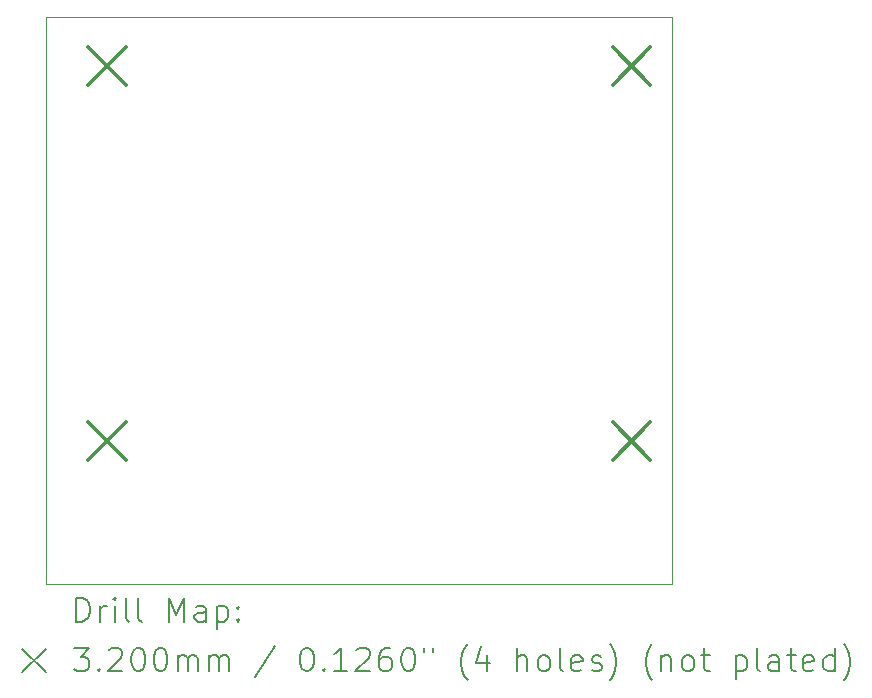
<source format=gbr>
%TF.GenerationSoftware,KiCad,Pcbnew,7.0.10-7.0.10~ubuntu22.04.1*%
%TF.CreationDate,2024-01-16T19:59:32-05:00*%
%TF.ProjectId,sys11-c11998-relay,73797331-312d-4633-9131-3939382d7265,1.0*%
%TF.SameCoordinates,Original*%
%TF.FileFunction,Drillmap*%
%TF.FilePolarity,Positive*%
%FSLAX45Y45*%
G04 Gerber Fmt 4.5, Leading zero omitted, Abs format (unit mm)*
G04 Created by KiCad (PCBNEW 7.0.10-7.0.10~ubuntu22.04.1) date 2024-01-16 19:59:32*
%MOMM*%
%LPD*%
G01*
G04 APERTURE LIST*
%ADD10C,0.100000*%
%ADD11C,0.200000*%
%ADD12C,0.320000*%
G04 APERTURE END LIST*
D10*
X10007600Y-10008200D02*
X15307600Y-10008200D01*
X15307600Y-14808200D01*
X10007600Y-14808200D01*
X10007600Y-10008200D01*
D11*
D12*
X10364000Y-10259600D02*
X10684000Y-10579600D01*
X10684000Y-10259600D02*
X10364000Y-10579600D01*
X10364000Y-13432600D02*
X10684000Y-13752600D01*
X10684000Y-13432600D02*
X10364000Y-13752600D01*
X14804000Y-10259600D02*
X15124000Y-10579600D01*
X15124000Y-10259600D02*
X14804000Y-10579600D01*
X14804000Y-13432600D02*
X15124000Y-13752600D01*
X15124000Y-13432600D02*
X14804000Y-13752600D01*
D11*
X10263377Y-15124684D02*
X10263377Y-14924684D01*
X10263377Y-14924684D02*
X10310996Y-14924684D01*
X10310996Y-14924684D02*
X10339567Y-14934208D01*
X10339567Y-14934208D02*
X10358615Y-14953255D01*
X10358615Y-14953255D02*
X10368139Y-14972303D01*
X10368139Y-14972303D02*
X10377663Y-15010398D01*
X10377663Y-15010398D02*
X10377663Y-15038969D01*
X10377663Y-15038969D02*
X10368139Y-15077065D01*
X10368139Y-15077065D02*
X10358615Y-15096112D01*
X10358615Y-15096112D02*
X10339567Y-15115160D01*
X10339567Y-15115160D02*
X10310996Y-15124684D01*
X10310996Y-15124684D02*
X10263377Y-15124684D01*
X10463377Y-15124684D02*
X10463377Y-14991350D01*
X10463377Y-15029446D02*
X10472901Y-15010398D01*
X10472901Y-15010398D02*
X10482424Y-15000874D01*
X10482424Y-15000874D02*
X10501472Y-14991350D01*
X10501472Y-14991350D02*
X10520520Y-14991350D01*
X10587186Y-15124684D02*
X10587186Y-14991350D01*
X10587186Y-14924684D02*
X10577663Y-14934208D01*
X10577663Y-14934208D02*
X10587186Y-14943731D01*
X10587186Y-14943731D02*
X10596710Y-14934208D01*
X10596710Y-14934208D02*
X10587186Y-14924684D01*
X10587186Y-14924684D02*
X10587186Y-14943731D01*
X10710996Y-15124684D02*
X10691948Y-15115160D01*
X10691948Y-15115160D02*
X10682424Y-15096112D01*
X10682424Y-15096112D02*
X10682424Y-14924684D01*
X10815758Y-15124684D02*
X10796710Y-15115160D01*
X10796710Y-15115160D02*
X10787186Y-15096112D01*
X10787186Y-15096112D02*
X10787186Y-14924684D01*
X11044329Y-15124684D02*
X11044329Y-14924684D01*
X11044329Y-14924684D02*
X11110996Y-15067541D01*
X11110996Y-15067541D02*
X11177663Y-14924684D01*
X11177663Y-14924684D02*
X11177663Y-15124684D01*
X11358615Y-15124684D02*
X11358615Y-15019922D01*
X11358615Y-15019922D02*
X11349091Y-15000874D01*
X11349091Y-15000874D02*
X11330043Y-14991350D01*
X11330043Y-14991350D02*
X11291948Y-14991350D01*
X11291948Y-14991350D02*
X11272901Y-15000874D01*
X11358615Y-15115160D02*
X11339567Y-15124684D01*
X11339567Y-15124684D02*
X11291948Y-15124684D01*
X11291948Y-15124684D02*
X11272901Y-15115160D01*
X11272901Y-15115160D02*
X11263377Y-15096112D01*
X11263377Y-15096112D02*
X11263377Y-15077065D01*
X11263377Y-15077065D02*
X11272901Y-15058017D01*
X11272901Y-15058017D02*
X11291948Y-15048493D01*
X11291948Y-15048493D02*
X11339567Y-15048493D01*
X11339567Y-15048493D02*
X11358615Y-15038969D01*
X11453853Y-14991350D02*
X11453853Y-15191350D01*
X11453853Y-15000874D02*
X11472901Y-14991350D01*
X11472901Y-14991350D02*
X11510996Y-14991350D01*
X11510996Y-14991350D02*
X11530043Y-15000874D01*
X11530043Y-15000874D02*
X11539567Y-15010398D01*
X11539567Y-15010398D02*
X11549091Y-15029446D01*
X11549091Y-15029446D02*
X11549091Y-15086588D01*
X11549091Y-15086588D02*
X11539567Y-15105636D01*
X11539567Y-15105636D02*
X11530043Y-15115160D01*
X11530043Y-15115160D02*
X11510996Y-15124684D01*
X11510996Y-15124684D02*
X11472901Y-15124684D01*
X11472901Y-15124684D02*
X11453853Y-15115160D01*
X11634805Y-15105636D02*
X11644329Y-15115160D01*
X11644329Y-15115160D02*
X11634805Y-15124684D01*
X11634805Y-15124684D02*
X11625282Y-15115160D01*
X11625282Y-15115160D02*
X11634805Y-15105636D01*
X11634805Y-15105636D02*
X11634805Y-15124684D01*
X11634805Y-15000874D02*
X11644329Y-15010398D01*
X11644329Y-15010398D02*
X11634805Y-15019922D01*
X11634805Y-15019922D02*
X11625282Y-15010398D01*
X11625282Y-15010398D02*
X11634805Y-15000874D01*
X11634805Y-15000874D02*
X11634805Y-15019922D01*
X9802600Y-15353200D02*
X10002600Y-15553200D01*
X10002600Y-15353200D02*
X9802600Y-15553200D01*
X10244329Y-15344684D02*
X10368139Y-15344684D01*
X10368139Y-15344684D02*
X10301472Y-15420874D01*
X10301472Y-15420874D02*
X10330044Y-15420874D01*
X10330044Y-15420874D02*
X10349091Y-15430398D01*
X10349091Y-15430398D02*
X10358615Y-15439922D01*
X10358615Y-15439922D02*
X10368139Y-15458969D01*
X10368139Y-15458969D02*
X10368139Y-15506588D01*
X10368139Y-15506588D02*
X10358615Y-15525636D01*
X10358615Y-15525636D02*
X10349091Y-15535160D01*
X10349091Y-15535160D02*
X10330044Y-15544684D01*
X10330044Y-15544684D02*
X10272901Y-15544684D01*
X10272901Y-15544684D02*
X10253853Y-15535160D01*
X10253853Y-15535160D02*
X10244329Y-15525636D01*
X10453853Y-15525636D02*
X10463377Y-15535160D01*
X10463377Y-15535160D02*
X10453853Y-15544684D01*
X10453853Y-15544684D02*
X10444329Y-15535160D01*
X10444329Y-15535160D02*
X10453853Y-15525636D01*
X10453853Y-15525636D02*
X10453853Y-15544684D01*
X10539567Y-15363731D02*
X10549091Y-15354208D01*
X10549091Y-15354208D02*
X10568139Y-15344684D01*
X10568139Y-15344684D02*
X10615758Y-15344684D01*
X10615758Y-15344684D02*
X10634805Y-15354208D01*
X10634805Y-15354208D02*
X10644329Y-15363731D01*
X10644329Y-15363731D02*
X10653853Y-15382779D01*
X10653853Y-15382779D02*
X10653853Y-15401827D01*
X10653853Y-15401827D02*
X10644329Y-15430398D01*
X10644329Y-15430398D02*
X10530044Y-15544684D01*
X10530044Y-15544684D02*
X10653853Y-15544684D01*
X10777663Y-15344684D02*
X10796710Y-15344684D01*
X10796710Y-15344684D02*
X10815758Y-15354208D01*
X10815758Y-15354208D02*
X10825282Y-15363731D01*
X10825282Y-15363731D02*
X10834805Y-15382779D01*
X10834805Y-15382779D02*
X10844329Y-15420874D01*
X10844329Y-15420874D02*
X10844329Y-15468493D01*
X10844329Y-15468493D02*
X10834805Y-15506588D01*
X10834805Y-15506588D02*
X10825282Y-15525636D01*
X10825282Y-15525636D02*
X10815758Y-15535160D01*
X10815758Y-15535160D02*
X10796710Y-15544684D01*
X10796710Y-15544684D02*
X10777663Y-15544684D01*
X10777663Y-15544684D02*
X10758615Y-15535160D01*
X10758615Y-15535160D02*
X10749091Y-15525636D01*
X10749091Y-15525636D02*
X10739567Y-15506588D01*
X10739567Y-15506588D02*
X10730044Y-15468493D01*
X10730044Y-15468493D02*
X10730044Y-15420874D01*
X10730044Y-15420874D02*
X10739567Y-15382779D01*
X10739567Y-15382779D02*
X10749091Y-15363731D01*
X10749091Y-15363731D02*
X10758615Y-15354208D01*
X10758615Y-15354208D02*
X10777663Y-15344684D01*
X10968139Y-15344684D02*
X10987186Y-15344684D01*
X10987186Y-15344684D02*
X11006234Y-15354208D01*
X11006234Y-15354208D02*
X11015758Y-15363731D01*
X11015758Y-15363731D02*
X11025282Y-15382779D01*
X11025282Y-15382779D02*
X11034805Y-15420874D01*
X11034805Y-15420874D02*
X11034805Y-15468493D01*
X11034805Y-15468493D02*
X11025282Y-15506588D01*
X11025282Y-15506588D02*
X11015758Y-15525636D01*
X11015758Y-15525636D02*
X11006234Y-15535160D01*
X11006234Y-15535160D02*
X10987186Y-15544684D01*
X10987186Y-15544684D02*
X10968139Y-15544684D01*
X10968139Y-15544684D02*
X10949091Y-15535160D01*
X10949091Y-15535160D02*
X10939567Y-15525636D01*
X10939567Y-15525636D02*
X10930044Y-15506588D01*
X10930044Y-15506588D02*
X10920520Y-15468493D01*
X10920520Y-15468493D02*
X10920520Y-15420874D01*
X10920520Y-15420874D02*
X10930044Y-15382779D01*
X10930044Y-15382779D02*
X10939567Y-15363731D01*
X10939567Y-15363731D02*
X10949091Y-15354208D01*
X10949091Y-15354208D02*
X10968139Y-15344684D01*
X11120520Y-15544684D02*
X11120520Y-15411350D01*
X11120520Y-15430398D02*
X11130044Y-15420874D01*
X11130044Y-15420874D02*
X11149091Y-15411350D01*
X11149091Y-15411350D02*
X11177663Y-15411350D01*
X11177663Y-15411350D02*
X11196710Y-15420874D01*
X11196710Y-15420874D02*
X11206234Y-15439922D01*
X11206234Y-15439922D02*
X11206234Y-15544684D01*
X11206234Y-15439922D02*
X11215758Y-15420874D01*
X11215758Y-15420874D02*
X11234805Y-15411350D01*
X11234805Y-15411350D02*
X11263377Y-15411350D01*
X11263377Y-15411350D02*
X11282424Y-15420874D01*
X11282424Y-15420874D02*
X11291948Y-15439922D01*
X11291948Y-15439922D02*
X11291948Y-15544684D01*
X11387186Y-15544684D02*
X11387186Y-15411350D01*
X11387186Y-15430398D02*
X11396710Y-15420874D01*
X11396710Y-15420874D02*
X11415758Y-15411350D01*
X11415758Y-15411350D02*
X11444329Y-15411350D01*
X11444329Y-15411350D02*
X11463377Y-15420874D01*
X11463377Y-15420874D02*
X11472901Y-15439922D01*
X11472901Y-15439922D02*
X11472901Y-15544684D01*
X11472901Y-15439922D02*
X11482424Y-15420874D01*
X11482424Y-15420874D02*
X11501472Y-15411350D01*
X11501472Y-15411350D02*
X11530043Y-15411350D01*
X11530043Y-15411350D02*
X11549091Y-15420874D01*
X11549091Y-15420874D02*
X11558615Y-15439922D01*
X11558615Y-15439922D02*
X11558615Y-15544684D01*
X11949091Y-15335160D02*
X11777663Y-15592303D01*
X12206234Y-15344684D02*
X12225282Y-15344684D01*
X12225282Y-15344684D02*
X12244329Y-15354208D01*
X12244329Y-15354208D02*
X12253853Y-15363731D01*
X12253853Y-15363731D02*
X12263377Y-15382779D01*
X12263377Y-15382779D02*
X12272901Y-15420874D01*
X12272901Y-15420874D02*
X12272901Y-15468493D01*
X12272901Y-15468493D02*
X12263377Y-15506588D01*
X12263377Y-15506588D02*
X12253853Y-15525636D01*
X12253853Y-15525636D02*
X12244329Y-15535160D01*
X12244329Y-15535160D02*
X12225282Y-15544684D01*
X12225282Y-15544684D02*
X12206234Y-15544684D01*
X12206234Y-15544684D02*
X12187186Y-15535160D01*
X12187186Y-15535160D02*
X12177663Y-15525636D01*
X12177663Y-15525636D02*
X12168139Y-15506588D01*
X12168139Y-15506588D02*
X12158615Y-15468493D01*
X12158615Y-15468493D02*
X12158615Y-15420874D01*
X12158615Y-15420874D02*
X12168139Y-15382779D01*
X12168139Y-15382779D02*
X12177663Y-15363731D01*
X12177663Y-15363731D02*
X12187186Y-15354208D01*
X12187186Y-15354208D02*
X12206234Y-15344684D01*
X12358615Y-15525636D02*
X12368139Y-15535160D01*
X12368139Y-15535160D02*
X12358615Y-15544684D01*
X12358615Y-15544684D02*
X12349091Y-15535160D01*
X12349091Y-15535160D02*
X12358615Y-15525636D01*
X12358615Y-15525636D02*
X12358615Y-15544684D01*
X12558615Y-15544684D02*
X12444329Y-15544684D01*
X12501472Y-15544684D02*
X12501472Y-15344684D01*
X12501472Y-15344684D02*
X12482425Y-15373255D01*
X12482425Y-15373255D02*
X12463377Y-15392303D01*
X12463377Y-15392303D02*
X12444329Y-15401827D01*
X12634806Y-15363731D02*
X12644329Y-15354208D01*
X12644329Y-15354208D02*
X12663377Y-15344684D01*
X12663377Y-15344684D02*
X12710996Y-15344684D01*
X12710996Y-15344684D02*
X12730044Y-15354208D01*
X12730044Y-15354208D02*
X12739567Y-15363731D01*
X12739567Y-15363731D02*
X12749091Y-15382779D01*
X12749091Y-15382779D02*
X12749091Y-15401827D01*
X12749091Y-15401827D02*
X12739567Y-15430398D01*
X12739567Y-15430398D02*
X12625282Y-15544684D01*
X12625282Y-15544684D02*
X12749091Y-15544684D01*
X12920520Y-15344684D02*
X12882425Y-15344684D01*
X12882425Y-15344684D02*
X12863377Y-15354208D01*
X12863377Y-15354208D02*
X12853853Y-15363731D01*
X12853853Y-15363731D02*
X12834806Y-15392303D01*
X12834806Y-15392303D02*
X12825282Y-15430398D01*
X12825282Y-15430398D02*
X12825282Y-15506588D01*
X12825282Y-15506588D02*
X12834806Y-15525636D01*
X12834806Y-15525636D02*
X12844329Y-15535160D01*
X12844329Y-15535160D02*
X12863377Y-15544684D01*
X12863377Y-15544684D02*
X12901472Y-15544684D01*
X12901472Y-15544684D02*
X12920520Y-15535160D01*
X12920520Y-15535160D02*
X12930044Y-15525636D01*
X12930044Y-15525636D02*
X12939567Y-15506588D01*
X12939567Y-15506588D02*
X12939567Y-15458969D01*
X12939567Y-15458969D02*
X12930044Y-15439922D01*
X12930044Y-15439922D02*
X12920520Y-15430398D01*
X12920520Y-15430398D02*
X12901472Y-15420874D01*
X12901472Y-15420874D02*
X12863377Y-15420874D01*
X12863377Y-15420874D02*
X12844329Y-15430398D01*
X12844329Y-15430398D02*
X12834806Y-15439922D01*
X12834806Y-15439922D02*
X12825282Y-15458969D01*
X13063377Y-15344684D02*
X13082425Y-15344684D01*
X13082425Y-15344684D02*
X13101472Y-15354208D01*
X13101472Y-15354208D02*
X13110996Y-15363731D01*
X13110996Y-15363731D02*
X13120520Y-15382779D01*
X13120520Y-15382779D02*
X13130044Y-15420874D01*
X13130044Y-15420874D02*
X13130044Y-15468493D01*
X13130044Y-15468493D02*
X13120520Y-15506588D01*
X13120520Y-15506588D02*
X13110996Y-15525636D01*
X13110996Y-15525636D02*
X13101472Y-15535160D01*
X13101472Y-15535160D02*
X13082425Y-15544684D01*
X13082425Y-15544684D02*
X13063377Y-15544684D01*
X13063377Y-15544684D02*
X13044329Y-15535160D01*
X13044329Y-15535160D02*
X13034806Y-15525636D01*
X13034806Y-15525636D02*
X13025282Y-15506588D01*
X13025282Y-15506588D02*
X13015758Y-15468493D01*
X13015758Y-15468493D02*
X13015758Y-15420874D01*
X13015758Y-15420874D02*
X13025282Y-15382779D01*
X13025282Y-15382779D02*
X13034806Y-15363731D01*
X13034806Y-15363731D02*
X13044329Y-15354208D01*
X13044329Y-15354208D02*
X13063377Y-15344684D01*
X13206234Y-15344684D02*
X13206234Y-15382779D01*
X13282425Y-15344684D02*
X13282425Y-15382779D01*
X13577663Y-15620874D02*
X13568139Y-15611350D01*
X13568139Y-15611350D02*
X13549091Y-15582779D01*
X13549091Y-15582779D02*
X13539568Y-15563731D01*
X13539568Y-15563731D02*
X13530044Y-15535160D01*
X13530044Y-15535160D02*
X13520520Y-15487541D01*
X13520520Y-15487541D02*
X13520520Y-15449446D01*
X13520520Y-15449446D02*
X13530044Y-15401827D01*
X13530044Y-15401827D02*
X13539568Y-15373255D01*
X13539568Y-15373255D02*
X13549091Y-15354208D01*
X13549091Y-15354208D02*
X13568139Y-15325636D01*
X13568139Y-15325636D02*
X13577663Y-15316112D01*
X13739568Y-15411350D02*
X13739568Y-15544684D01*
X13691948Y-15335160D02*
X13644329Y-15478017D01*
X13644329Y-15478017D02*
X13768139Y-15478017D01*
X13996710Y-15544684D02*
X13996710Y-15344684D01*
X14082425Y-15544684D02*
X14082425Y-15439922D01*
X14082425Y-15439922D02*
X14072901Y-15420874D01*
X14072901Y-15420874D02*
X14053853Y-15411350D01*
X14053853Y-15411350D02*
X14025282Y-15411350D01*
X14025282Y-15411350D02*
X14006234Y-15420874D01*
X14006234Y-15420874D02*
X13996710Y-15430398D01*
X14206234Y-15544684D02*
X14187187Y-15535160D01*
X14187187Y-15535160D02*
X14177663Y-15525636D01*
X14177663Y-15525636D02*
X14168139Y-15506588D01*
X14168139Y-15506588D02*
X14168139Y-15449446D01*
X14168139Y-15449446D02*
X14177663Y-15430398D01*
X14177663Y-15430398D02*
X14187187Y-15420874D01*
X14187187Y-15420874D02*
X14206234Y-15411350D01*
X14206234Y-15411350D02*
X14234806Y-15411350D01*
X14234806Y-15411350D02*
X14253853Y-15420874D01*
X14253853Y-15420874D02*
X14263377Y-15430398D01*
X14263377Y-15430398D02*
X14272901Y-15449446D01*
X14272901Y-15449446D02*
X14272901Y-15506588D01*
X14272901Y-15506588D02*
X14263377Y-15525636D01*
X14263377Y-15525636D02*
X14253853Y-15535160D01*
X14253853Y-15535160D02*
X14234806Y-15544684D01*
X14234806Y-15544684D02*
X14206234Y-15544684D01*
X14387187Y-15544684D02*
X14368139Y-15535160D01*
X14368139Y-15535160D02*
X14358615Y-15516112D01*
X14358615Y-15516112D02*
X14358615Y-15344684D01*
X14539568Y-15535160D02*
X14520520Y-15544684D01*
X14520520Y-15544684D02*
X14482425Y-15544684D01*
X14482425Y-15544684D02*
X14463377Y-15535160D01*
X14463377Y-15535160D02*
X14453853Y-15516112D01*
X14453853Y-15516112D02*
X14453853Y-15439922D01*
X14453853Y-15439922D02*
X14463377Y-15420874D01*
X14463377Y-15420874D02*
X14482425Y-15411350D01*
X14482425Y-15411350D02*
X14520520Y-15411350D01*
X14520520Y-15411350D02*
X14539568Y-15420874D01*
X14539568Y-15420874D02*
X14549091Y-15439922D01*
X14549091Y-15439922D02*
X14549091Y-15458969D01*
X14549091Y-15458969D02*
X14453853Y-15478017D01*
X14625282Y-15535160D02*
X14644330Y-15544684D01*
X14644330Y-15544684D02*
X14682425Y-15544684D01*
X14682425Y-15544684D02*
X14701472Y-15535160D01*
X14701472Y-15535160D02*
X14710996Y-15516112D01*
X14710996Y-15516112D02*
X14710996Y-15506588D01*
X14710996Y-15506588D02*
X14701472Y-15487541D01*
X14701472Y-15487541D02*
X14682425Y-15478017D01*
X14682425Y-15478017D02*
X14653853Y-15478017D01*
X14653853Y-15478017D02*
X14634806Y-15468493D01*
X14634806Y-15468493D02*
X14625282Y-15449446D01*
X14625282Y-15449446D02*
X14625282Y-15439922D01*
X14625282Y-15439922D02*
X14634806Y-15420874D01*
X14634806Y-15420874D02*
X14653853Y-15411350D01*
X14653853Y-15411350D02*
X14682425Y-15411350D01*
X14682425Y-15411350D02*
X14701472Y-15420874D01*
X14777663Y-15620874D02*
X14787187Y-15611350D01*
X14787187Y-15611350D02*
X14806234Y-15582779D01*
X14806234Y-15582779D02*
X14815758Y-15563731D01*
X14815758Y-15563731D02*
X14825282Y-15535160D01*
X14825282Y-15535160D02*
X14834806Y-15487541D01*
X14834806Y-15487541D02*
X14834806Y-15449446D01*
X14834806Y-15449446D02*
X14825282Y-15401827D01*
X14825282Y-15401827D02*
X14815758Y-15373255D01*
X14815758Y-15373255D02*
X14806234Y-15354208D01*
X14806234Y-15354208D02*
X14787187Y-15325636D01*
X14787187Y-15325636D02*
X14777663Y-15316112D01*
X15139568Y-15620874D02*
X15130044Y-15611350D01*
X15130044Y-15611350D02*
X15110996Y-15582779D01*
X15110996Y-15582779D02*
X15101472Y-15563731D01*
X15101472Y-15563731D02*
X15091949Y-15535160D01*
X15091949Y-15535160D02*
X15082425Y-15487541D01*
X15082425Y-15487541D02*
X15082425Y-15449446D01*
X15082425Y-15449446D02*
X15091949Y-15401827D01*
X15091949Y-15401827D02*
X15101472Y-15373255D01*
X15101472Y-15373255D02*
X15110996Y-15354208D01*
X15110996Y-15354208D02*
X15130044Y-15325636D01*
X15130044Y-15325636D02*
X15139568Y-15316112D01*
X15215758Y-15411350D02*
X15215758Y-15544684D01*
X15215758Y-15430398D02*
X15225282Y-15420874D01*
X15225282Y-15420874D02*
X15244330Y-15411350D01*
X15244330Y-15411350D02*
X15272901Y-15411350D01*
X15272901Y-15411350D02*
X15291949Y-15420874D01*
X15291949Y-15420874D02*
X15301472Y-15439922D01*
X15301472Y-15439922D02*
X15301472Y-15544684D01*
X15425282Y-15544684D02*
X15406234Y-15535160D01*
X15406234Y-15535160D02*
X15396711Y-15525636D01*
X15396711Y-15525636D02*
X15387187Y-15506588D01*
X15387187Y-15506588D02*
X15387187Y-15449446D01*
X15387187Y-15449446D02*
X15396711Y-15430398D01*
X15396711Y-15430398D02*
X15406234Y-15420874D01*
X15406234Y-15420874D02*
X15425282Y-15411350D01*
X15425282Y-15411350D02*
X15453853Y-15411350D01*
X15453853Y-15411350D02*
X15472901Y-15420874D01*
X15472901Y-15420874D02*
X15482425Y-15430398D01*
X15482425Y-15430398D02*
X15491949Y-15449446D01*
X15491949Y-15449446D02*
X15491949Y-15506588D01*
X15491949Y-15506588D02*
X15482425Y-15525636D01*
X15482425Y-15525636D02*
X15472901Y-15535160D01*
X15472901Y-15535160D02*
X15453853Y-15544684D01*
X15453853Y-15544684D02*
X15425282Y-15544684D01*
X15549092Y-15411350D02*
X15625282Y-15411350D01*
X15577663Y-15344684D02*
X15577663Y-15516112D01*
X15577663Y-15516112D02*
X15587187Y-15535160D01*
X15587187Y-15535160D02*
X15606234Y-15544684D01*
X15606234Y-15544684D02*
X15625282Y-15544684D01*
X15844330Y-15411350D02*
X15844330Y-15611350D01*
X15844330Y-15420874D02*
X15863377Y-15411350D01*
X15863377Y-15411350D02*
X15901473Y-15411350D01*
X15901473Y-15411350D02*
X15920520Y-15420874D01*
X15920520Y-15420874D02*
X15930044Y-15430398D01*
X15930044Y-15430398D02*
X15939568Y-15449446D01*
X15939568Y-15449446D02*
X15939568Y-15506588D01*
X15939568Y-15506588D02*
X15930044Y-15525636D01*
X15930044Y-15525636D02*
X15920520Y-15535160D01*
X15920520Y-15535160D02*
X15901473Y-15544684D01*
X15901473Y-15544684D02*
X15863377Y-15544684D01*
X15863377Y-15544684D02*
X15844330Y-15535160D01*
X16053853Y-15544684D02*
X16034806Y-15535160D01*
X16034806Y-15535160D02*
X16025282Y-15516112D01*
X16025282Y-15516112D02*
X16025282Y-15344684D01*
X16215758Y-15544684D02*
X16215758Y-15439922D01*
X16215758Y-15439922D02*
X16206234Y-15420874D01*
X16206234Y-15420874D02*
X16187187Y-15411350D01*
X16187187Y-15411350D02*
X16149092Y-15411350D01*
X16149092Y-15411350D02*
X16130044Y-15420874D01*
X16215758Y-15535160D02*
X16196711Y-15544684D01*
X16196711Y-15544684D02*
X16149092Y-15544684D01*
X16149092Y-15544684D02*
X16130044Y-15535160D01*
X16130044Y-15535160D02*
X16120520Y-15516112D01*
X16120520Y-15516112D02*
X16120520Y-15497065D01*
X16120520Y-15497065D02*
X16130044Y-15478017D01*
X16130044Y-15478017D02*
X16149092Y-15468493D01*
X16149092Y-15468493D02*
X16196711Y-15468493D01*
X16196711Y-15468493D02*
X16215758Y-15458969D01*
X16282425Y-15411350D02*
X16358615Y-15411350D01*
X16310996Y-15344684D02*
X16310996Y-15516112D01*
X16310996Y-15516112D02*
X16320520Y-15535160D01*
X16320520Y-15535160D02*
X16339568Y-15544684D01*
X16339568Y-15544684D02*
X16358615Y-15544684D01*
X16501473Y-15535160D02*
X16482425Y-15544684D01*
X16482425Y-15544684D02*
X16444330Y-15544684D01*
X16444330Y-15544684D02*
X16425282Y-15535160D01*
X16425282Y-15535160D02*
X16415758Y-15516112D01*
X16415758Y-15516112D02*
X16415758Y-15439922D01*
X16415758Y-15439922D02*
X16425282Y-15420874D01*
X16425282Y-15420874D02*
X16444330Y-15411350D01*
X16444330Y-15411350D02*
X16482425Y-15411350D01*
X16482425Y-15411350D02*
X16501473Y-15420874D01*
X16501473Y-15420874D02*
X16510996Y-15439922D01*
X16510996Y-15439922D02*
X16510996Y-15458969D01*
X16510996Y-15458969D02*
X16415758Y-15478017D01*
X16682425Y-15544684D02*
X16682425Y-15344684D01*
X16682425Y-15535160D02*
X16663377Y-15544684D01*
X16663377Y-15544684D02*
X16625282Y-15544684D01*
X16625282Y-15544684D02*
X16606234Y-15535160D01*
X16606234Y-15535160D02*
X16596711Y-15525636D01*
X16596711Y-15525636D02*
X16587187Y-15506588D01*
X16587187Y-15506588D02*
X16587187Y-15449446D01*
X16587187Y-15449446D02*
X16596711Y-15430398D01*
X16596711Y-15430398D02*
X16606234Y-15420874D01*
X16606234Y-15420874D02*
X16625282Y-15411350D01*
X16625282Y-15411350D02*
X16663377Y-15411350D01*
X16663377Y-15411350D02*
X16682425Y-15420874D01*
X16758615Y-15620874D02*
X16768139Y-15611350D01*
X16768139Y-15611350D02*
X16787187Y-15582779D01*
X16787187Y-15582779D02*
X16796711Y-15563731D01*
X16796711Y-15563731D02*
X16806235Y-15535160D01*
X16806235Y-15535160D02*
X16815758Y-15487541D01*
X16815758Y-15487541D02*
X16815758Y-15449446D01*
X16815758Y-15449446D02*
X16806235Y-15401827D01*
X16806235Y-15401827D02*
X16796711Y-15373255D01*
X16796711Y-15373255D02*
X16787187Y-15354208D01*
X16787187Y-15354208D02*
X16768139Y-15325636D01*
X16768139Y-15325636D02*
X16758615Y-15316112D01*
M02*

</source>
